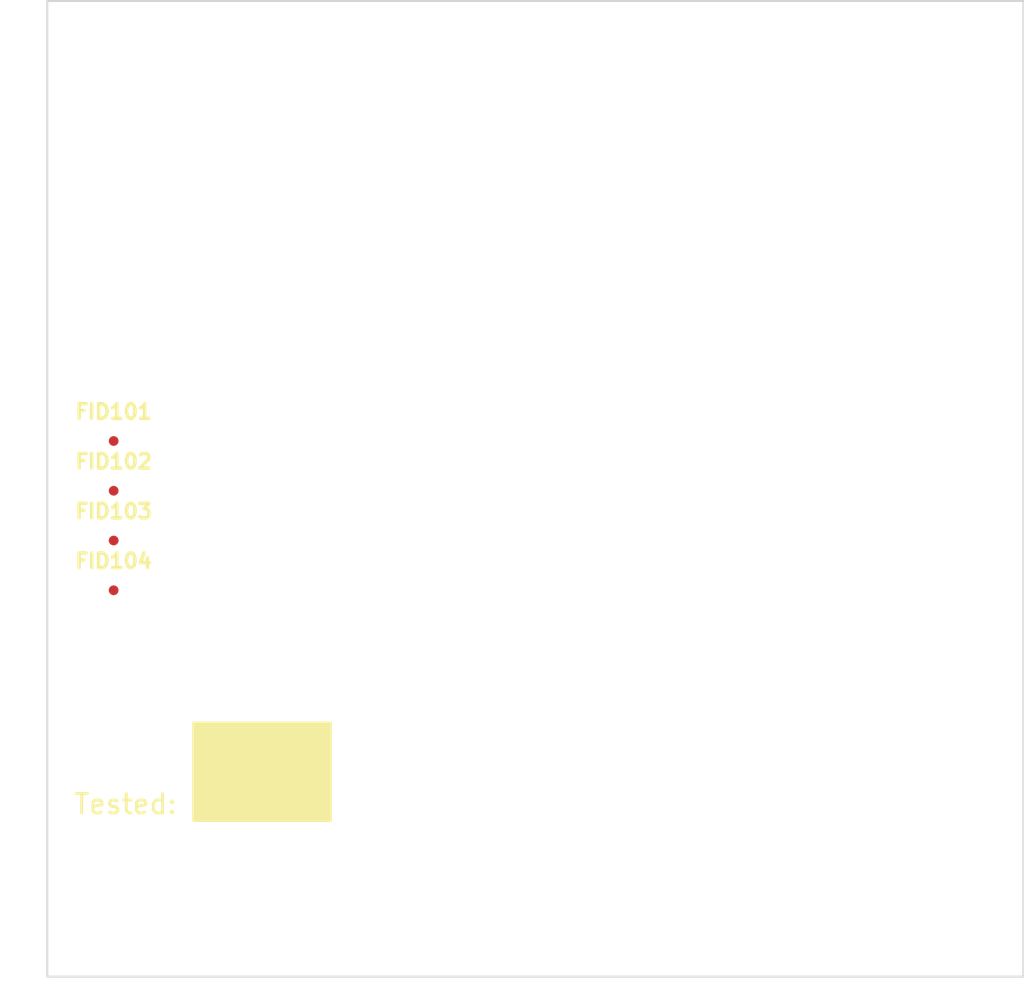
<source format=kicad_pcb>
(kicad_pcb (version 20241229) (generator "pcbnew") (generator_version "9.0")
  (title_block (company "NURDspace Wageningen"))
  (layers (0 "F.Cu" signal) (4 "In1.Cu" signal) (6 "In2.Cu" signal) (2 "B.Cu" signal) (13 "F.Paste" user) (15 "B.Paste" user) (5 "F.SilkS" user "F.Silkscreen") (7 "B.SilkS" user "B.Silkscreen") (1 "F.Mask" user) (3 "B.Mask" user) (25 "Edge.Cuts" user))
  (net 0 "")
  (footprint "Fiducial:Fiducial_0.5mm_Mask1mm" (layer "F.Cu") (at 103.4 77.65)
    (property "Reference" "FID103" (at 0 -1.5 0) (layer "F.SilkS") (effects (font (size 0.75 0.75) (thickness 0.18))))
    (property "Value" "Fiducial")
    (pad "" smd circle (at 0 0) (size 0.5 0.5) (layers "F.Cu" "F.Mask") (clearance 0.25))
  )
  (footprint "Fiducial:Fiducial_0.5mm_Mask1mm" (layer "F.Cu") (at 103.4 80.2)
    (property "Reference" "FID104" (at 0 -1.5 0) (layer "F.SilkS") (effects (font (size 0.75 0.75) (thickness 0.18))))
    (property "Value" "Fiducial")
    (pad "" smd circle (at 0 0) (size 0.5 0.5) (layers "F.Cu" "F.Mask") (clearance 0.25))
  )
  (footprint "Fiducial:Fiducial_0.5mm_Mask1mm" (layer "F.Cu") (at 103.4 72.55)
    (property "Reference" "FID101" (at 0 -1.5 0) (layer "F.SilkS") (effects (font (size 0.75 0.75) (thickness 0.18))))
    (property "Value" "Fiducial")
    (pad "" smd circle (at 0 0) (size 0.5 0.5) (layers "F.Cu" "F.Mask") (clearance 0.25))
  )
  (footprint "Fiducial:Fiducial_0.5mm_Mask1mm" (layer "F.Cu") (at 103.4 75.1)
    (property "Reference" "FID102" (at 0 -1.5 0) (layer "F.SilkS") (effects (font (size 0.75 0.75) (thickness 0.18))))
    (property "Value" "Fiducial")
    (pad "" smd circle (at 0 0) (size 0.5 0.5) (layers "F.Cu" "F.Mask") (clearance 0.25))
  )
  (gr_rect (start 107.5 87) (end 114.5 92) (stroke (width 0.15)) (fill yes) (layer "F.SilkS"))
  (gr_rect (start 100 50) (end 150 100) (stroke (width 0.1)) (fill no) (layer "Edge.Cuts"))
  (gr_text "Tested:" (at 104 91.1575 0) (layer "F.SilkS") (effects (font (size 1 1))))
)
</source>
